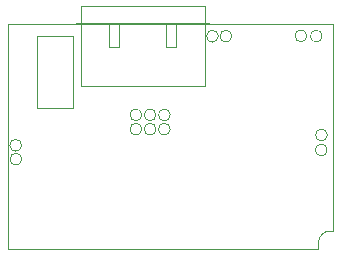
<source format=gbr>
%TF.GenerationSoftware,KiCad,Pcbnew,7.0.10*%
%TF.CreationDate,2024-02-12T16:24:21-08:00*%
%TF.ProjectId,beeper-design,62656570-6572-42d6-9465-7369676e2e6b,rev?*%
%TF.SameCoordinates,Original*%
%TF.FileFunction,Other,User*%
%FSLAX46Y46*%
G04 Gerber Fmt 4.6, Leading zero omitted, Abs format (unit mm)*
G04 Created by KiCad (PCBNEW 7.0.10) date 2024-02-12 16:24:21*
%MOMM*%
%LPD*%
G01*
G04 APERTURE LIST*
%ADD10C,0.050000*%
%TA.AperFunction,Profile*%
%ADD11C,0.050000*%
%TD*%
G04 APERTURE END LIST*
D10*
%TO.C,TP2*%
X126865609Y-108749100D02*
G75*
G03*
X125865609Y-108749100I-500000J0D01*
G01*
X125865609Y-108749100D02*
G75*
G03*
X126865609Y-108749100I500000J0D01*
G01*
%TO.C,TP1*%
X126881172Y-109922490D02*
G75*
G03*
X125881172Y-109922490I-500000J0D01*
G01*
X125881172Y-109922490D02*
G75*
G03*
X126881172Y-109922490I500000J0D01*
G01*
%TO.C,J1*%
X128150393Y-105585525D02*
X128150393Y-99505525D01*
X128150393Y-99505525D02*
X131182393Y-99505525D01*
X131182393Y-99505525D02*
X131182393Y-105585525D01*
X131182393Y-105585525D02*
X128150393Y-105585525D01*
%TO.C,TP6*%
X138243750Y-106182238D02*
G75*
G03*
X137243750Y-106182238I-500000J0D01*
G01*
X137243750Y-106182238D02*
G75*
G03*
X138243750Y-106182238I500000J0D01*
G01*
%TO.C,TP5*%
X137040550Y-106182238D02*
G75*
G03*
X136040550Y-106182238I-500000J0D01*
G01*
X136040550Y-106182238D02*
G75*
G03*
X137040550Y-106182238I500000J0D01*
G01*
%TO.C,TP9*%
X137040550Y-107385438D02*
G75*
G03*
X136040550Y-107385438I-500000J0D01*
G01*
X136040550Y-107385438D02*
G75*
G03*
X137040550Y-107385438I500000J0D01*
G01*
%TO.C,TP7*%
X138243750Y-107385438D02*
G75*
G03*
X137243750Y-107385438I-500000J0D01*
G01*
X137243750Y-107385438D02*
G75*
G03*
X138243750Y-107385438I500000J0D01*
G01*
%TO.C,TP8*%
X139446950Y-107385438D02*
G75*
G03*
X138446950Y-107385438I-500000J0D01*
G01*
X138446950Y-107385438D02*
G75*
G03*
X139446950Y-107385438I500000J0D01*
G01*
%TO.C,TP10*%
X139446950Y-106182238D02*
G75*
G03*
X138446950Y-106182238I-500000J0D01*
G01*
X138446950Y-106182238D02*
G75*
G03*
X139446950Y-106182238I500000J0D01*
G01*
%TO.C,TP12*%
X144658639Y-99506956D02*
G75*
G03*
X143658639Y-99506956I-500000J0D01*
G01*
X143658639Y-99506956D02*
G75*
G03*
X144658639Y-99506956I500000J0D01*
G01*
%TO.C,TP11*%
X143521457Y-99511848D02*
G75*
G03*
X142521457Y-99511848I-500000J0D01*
G01*
X142521457Y-99511848D02*
G75*
G03*
X143521457Y-99511848I500000J0D01*
G01*
%TO.C,TP4*%
X152751110Y-107880430D02*
G75*
G03*
X151751110Y-107880430I-500000J0D01*
G01*
X151751110Y-107880430D02*
G75*
G03*
X152751110Y-107880430I500000J0D01*
G01*
%TO.C,TP3*%
X152735589Y-109145315D02*
G75*
G03*
X151735589Y-109145315I-500000J0D01*
G01*
X151735589Y-109145315D02*
G75*
G03*
X152735589Y-109145315I500000J0D01*
G01*
%TO.C,TP14*%
X151010572Y-99489893D02*
G75*
G03*
X150010572Y-99489893I-500000J0D01*
G01*
X150010572Y-99489893D02*
G75*
G03*
X151010572Y-99489893I500000J0D01*
G01*
%TO.C,J6*%
X131851369Y-103713144D02*
X142351369Y-103713144D01*
X142351369Y-103713144D02*
X142351369Y-96963144D01*
X142351369Y-96963144D02*
X131851369Y-96963144D01*
X131851369Y-96963144D02*
X131851369Y-103713144D01*
%TO.C,TP13*%
X152311611Y-99505517D02*
G75*
G03*
X151311611Y-99505517I-500000J0D01*
G01*
X151311611Y-99505517D02*
G75*
G03*
X152311611Y-99505517I500000J0D01*
G01*
%TD*%
D11*
X131501369Y-98513144D02*
X134301369Y-98513144D01*
X134301369Y-98513144D02*
X134301369Y-100393144D01*
X134301369Y-100393144D02*
X135151369Y-100393144D01*
X135151369Y-100393144D02*
X135151369Y-98513144D01*
X135151369Y-98513144D02*
X139051369Y-98513144D01*
X139051369Y-98513144D02*
X139051369Y-100393144D01*
X139051369Y-100393144D02*
X139901369Y-100393144D01*
X139901369Y-100393144D02*
X139901369Y-98513144D01*
X139901369Y-98513144D02*
X142701369Y-98513144D01*
X142701369Y-98513144D02*
X142701369Y-98363144D01*
X142701369Y-98363144D02*
X131501369Y-98363144D01*
X131501369Y-98363144D02*
X131501369Y-98513144D01*
X152000000Y-117500000D02*
X125750000Y-117500000D01*
X125750000Y-117500000D02*
X125750000Y-98500000D01*
X125750000Y-98500000D02*
X153250000Y-98500000D01*
X153250000Y-98500000D02*
X153250000Y-116000000D01*
X153250000Y-116000000D02*
X153000000Y-116000000D01*
X153000000Y-116000000D02*
G75*
G03*
X152000000Y-117000000I0J-1000000D01*
G01*
X152000000Y-117000000D02*
X152000000Y-117500000D01*
M02*

</source>
